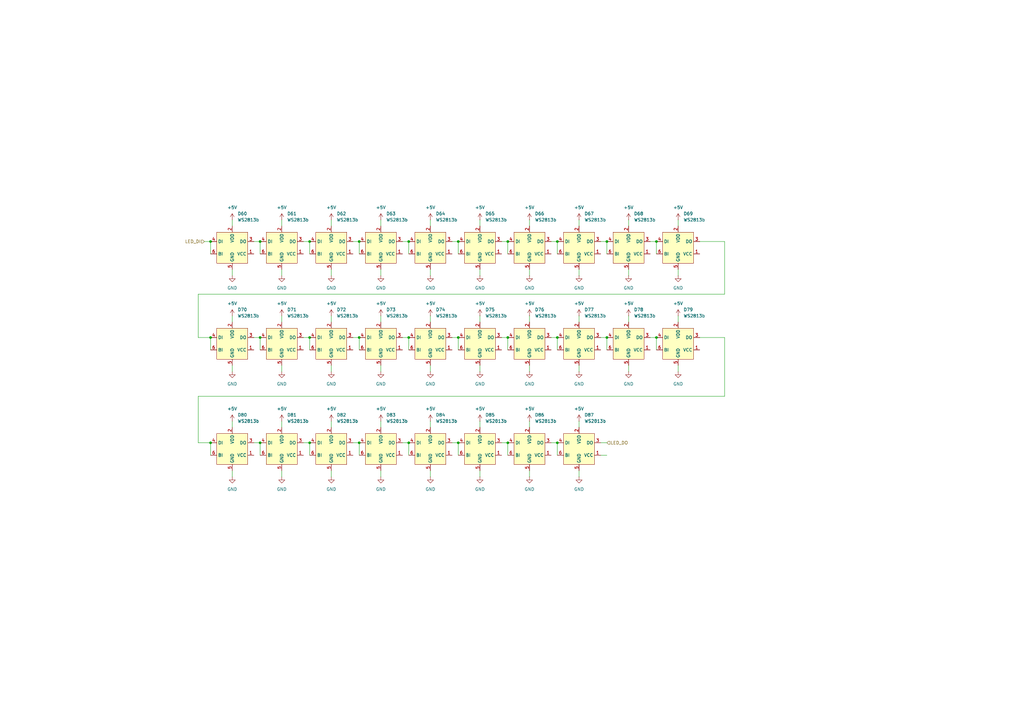
<source format=kicad_sch>
(kicad_sch (version 20231120) (generator "eeschema") (generator_version "8.0")
  (paper "A3")
  (lib_symbols
    (symbol "ProjectSymbols:WS2813B-5V"
      (property "Reference" "D" (at 7.366 9.144 0))
      (property "LCSC" "C965558" (at 0 0 0))
      (symbol "WS2813B-5V_0_0"
        (pin unspecified line (at 8.89 -2.54 180) (length 2.54) (name "VCC") (number "1"))
        (pin unspecified line (at 0 8.89 270) (length 2.54) (name "VDD") (number "2"))
        (pin unspecified line (at 8.89 2.54 180) (length 2.54) (name "DO") (number "3"))
        (pin unspecified line (at -8.89 2.54 0) (length 2.54) (name "DI") (number "4"))
        (pin unspecified line (at 0 -8.89 90) (length 2.54) (name "GND") (number "5"))
        (pin unspecified line (at -8.89 -2.54 0) (length 2.54) (name "BI") (number "6"))
      )
      (symbol "WS2813B-5V_1_1"
        (rectangle (start -6.35 6.35) (end 6.35 -6.35) (fill (type background)))
      )
    )
    (symbol "power:+5V" (power) (pin_numbers hide) (pin_names (offset 0) hide)
      (property "Value" "+5V" (at 0 3.556 0))
      (symbol "+5V_0_1"
        (polyline (pts (xy -0.762 1.27) (xy 0 2.54)))
        (polyline (pts (xy 0 0) (xy 0 2.54)))
        (polyline (pts (xy 0 2.54) (xy 0.762 1.27)))
      )
      (symbol "+5V_1_1"
        (pin power_in line (at 0 0 90) (length 0) (name "~") (number "1"))
      )
    )
    (symbol "power:GND" (power) (pin_numbers hide) (pin_names (offset 0) hide)
      (property "Value" "GND" (at 0 -3.81 0))
      (symbol "GND_0_1"
        (polyline (pts (xy 0 0) (xy 0 -1.27) (xy 1.27 -1.27) (xy 0 -2.54) (xy -1.27 -1.27) (xy 0 -1.27)))
      )
      (symbol "GND_1_1"
        (pin power_in line (at 0 0 270) (length 0) (name "~") (number "1"))
      )
    )
  )
  (junction (at 187.96 138.43))
  (junction (at 106.68 181.61))
  (junction (at 187.96 99.06))
  (junction (at 86.36 99.06))
  (junction (at 147.32 181.61))
  (junction (at 208.28 181.61))
  (junction (at 106.68 138.43))
  (junction (at 86.36 181.61))
  (junction (at 127 181.61))
  (junction (at 228.6 138.43))
  (junction (at 167.64 181.61))
  (junction (at 106.68 99.06))
  (junction (at 269.24 138.43))
  (junction (at 167.64 138.43))
  (junction (at 248.92 138.43))
  (junction (at 147.32 99.06))
  (junction (at 269.24 99.06))
  (junction (at 208.28 99.06))
  (junction (at 228.6 99.06))
  (junction (at 86.36 138.43))
  (junction (at 127 138.43))
  (junction (at 208.28 138.43))
  (junction (at 228.6 181.61))
  (junction (at 187.96 181.61))
  (junction (at 147.32 138.43))
  (junction (at 248.92 99.06))
  (junction (at 127 99.06))
  (junction (at 167.64 99.06))
  (wire (pts (xy 257.81 110.49) (xy 257.81 113.03)))
  (wire (pts (xy 147.32 138.43) (xy 147.32 143.51)))
  (wire (pts (xy 185.42 181.61) (xy 187.96 181.61)))
  (wire (pts (xy 185.42 138.43) (xy 187.96 138.43)))
  (wire (pts (xy 228.6 138.43) (xy 228.6 143.51)))
  (wire (pts (xy 167.64 99.06) (xy 167.64 104.14)))
  (wire (pts (xy 135.89 90.17) (xy 135.89 92.71)))
  (wire (pts (xy 237.49 149.86) (xy 237.49 152.4)))
  (wire (pts (xy 269.24 99.06) (xy 269.24 104.14)))
  (wire (pts (xy 135.89 110.49) (xy 135.89 113.03)))
  (wire (pts (xy 176.53 129.54) (xy 176.53 132.08)))
  (wire (pts (xy 95.25 110.49) (xy 95.25 113.03)))
  (wire (pts (xy 165.1 138.43) (xy 167.64 138.43)))
  (wire (pts (xy 257.81 90.17) (xy 257.81 92.71)))
  (wire (pts (xy 106.68 99.06) (xy 106.68 104.14)))
  (wire (pts (xy 297.18 162.56) (xy 81.28 162.56)))
  (wire (pts (xy 237.49 193.04) (xy 237.49 195.58)))
  (wire (pts (xy 246.38 186.69) (xy 248.92 186.69)))
  (wire (pts (xy 237.49 110.49) (xy 237.49 113.03)))
  (wire (pts (xy 167.64 181.61) (xy 167.64 186.69)))
  (wire (pts (xy 187.96 181.61) (xy 187.96 186.69)))
  (wire (pts (xy 86.36 138.43) (xy 86.36 143.51)))
  (wire (pts (xy 104.14 181.61) (xy 106.68 181.61)))
  (wire (pts (xy 115.57 193.04) (xy 115.57 195.58)))
  (wire (pts (xy 176.53 110.49) (xy 176.53 113.03)))
  (wire (pts (xy 106.68 181.61) (xy 106.68 186.69)))
  (wire (pts (xy 144.78 181.61) (xy 147.32 181.61)))
  (wire (pts (xy 95.25 90.17) (xy 95.25 92.71)))
  (wire (pts (xy 124.46 138.43) (xy 127 138.43)))
  (wire (pts (xy 156.21 193.04) (xy 156.21 195.58)))
  (wire (pts (xy 278.13 149.86) (xy 278.13 152.4)))
  (wire (pts (xy 144.78 99.06) (xy 147.32 99.06)))
  (wire (pts (xy 297.18 120.65) (xy 81.28 120.65)))
  (wire (pts (xy 257.81 149.86) (xy 257.81 152.4)))
  (wire (pts (xy 226.06 138.43) (xy 228.6 138.43)))
  (wire (pts (xy 187.96 138.43) (xy 187.96 143.51)))
  (wire (pts (xy 278.13 90.17) (xy 278.13 92.71)))
  (wire (pts (xy 287.02 138.43) (xy 297.18 138.43)))
  (wire (pts (xy 196.85 172.72) (xy 196.85 175.26)))
  (wire (pts (xy 196.85 90.17) (xy 196.85 92.71)))
  (wire (pts (xy 147.32 99.06) (xy 147.32 104.14)))
  (wire (pts (xy 278.13 110.49) (xy 278.13 113.03)))
  (wire (pts (xy 196.85 149.86) (xy 196.85 152.4)))
  (wire (pts (xy 217.17 193.04) (xy 217.17 195.58)))
  (wire (pts (xy 104.14 138.43) (xy 106.68 138.43)))
  (wire (pts (xy 237.49 172.72) (xy 237.49 175.26)))
  (wire (pts (xy 176.53 149.86) (xy 176.53 152.4)))
  (wire (pts (xy 156.21 90.17) (xy 156.21 92.71)))
  (wire (pts (xy 106.68 138.43) (xy 106.68 143.51)))
  (wire (pts (xy 165.1 181.61) (xy 167.64 181.61)))
  (wire (pts (xy 124.46 181.61) (xy 127 181.61)))
  (wire (pts (xy 217.17 110.49) (xy 217.17 113.03)))
  (wire (pts (xy 269.24 138.43) (xy 269.24 143.51)))
  (wire (pts (xy 156.21 129.54) (xy 156.21 132.08)))
  (wire (pts (xy 248.92 138.43) (xy 248.92 143.51)))
  (wire (pts (xy 187.96 99.06) (xy 187.96 104.14)))
  (wire (pts (xy 205.74 138.43) (xy 208.28 138.43)))
  (wire (pts (xy 217.17 172.72) (xy 217.17 175.26)))
  (wire (pts (xy 257.81 129.54) (xy 257.81 132.08)))
  (wire (pts (xy 115.57 110.49) (xy 115.57 113.03)))
  (wire (pts (xy 208.28 181.61) (xy 208.28 186.69)))
  (wire (pts (xy 176.53 193.04) (xy 176.53 195.58)))
  (wire (pts (xy 115.57 129.54) (xy 115.57 132.08)))
  (wire (pts (xy 127 99.06) (xy 127 104.14)))
  (wire (pts (xy 144.78 138.43) (xy 147.32 138.43)))
  (wire (pts (xy 228.6 181.61) (xy 228.6 186.69)))
  (wire (pts (xy 246.38 99.06) (xy 248.92 99.06)))
  (wire (pts (xy 176.53 172.72) (xy 176.53 175.26)))
  (wire (pts (xy 208.28 138.43) (xy 208.28 143.51)))
  (wire (pts (xy 278.13 129.54) (xy 278.13 132.08)))
  (wire (pts (xy 135.89 172.72) (xy 135.89 175.26)))
  (wire (pts (xy 297.18 138.43) (xy 297.18 162.56)))
  (wire (pts (xy 167.64 138.43) (xy 167.64 143.51)))
  (wire (pts (xy 217.17 149.86) (xy 217.17 152.4)))
  (wire (pts (xy 226.06 181.61) (xy 228.6 181.61)))
  (wire (pts (xy 287.02 99.06) (xy 297.18 99.06)))
  (wire (pts (xy 297.18 99.06) (xy 297.18 120.65)))
  (wire (pts (xy 83.82 99.06) (xy 86.36 99.06)))
  (wire (pts (xy 95.25 149.86) (xy 95.25 152.4)))
  (wire (pts (xy 185.42 99.06) (xy 187.96 99.06)))
  (wire (pts (xy 81.28 181.61) (xy 86.36 181.61)))
  (wire (pts (xy 115.57 90.17) (xy 115.57 92.71)))
  (wire (pts (xy 248.92 99.06) (xy 248.92 104.14)))
  (wire (pts (xy 266.7 138.43) (xy 269.24 138.43)))
  (wire (pts (xy 104.14 99.06) (xy 106.68 99.06)))
  (wire (pts (xy 95.25 129.54) (xy 95.25 132.08)))
  (wire (pts (xy 115.57 172.72) (xy 115.57 175.26)))
  (wire (pts (xy 196.85 129.54) (xy 196.85 132.08)))
  (wire (pts (xy 217.17 129.54) (xy 217.17 132.08)))
  (wire (pts (xy 226.06 99.06) (xy 228.6 99.06)))
  (wire (pts (xy 95.25 172.72) (xy 95.25 175.26)))
  (wire (pts (xy 196.85 110.49) (xy 196.85 113.03)))
  (wire (pts (xy 217.17 90.17) (xy 217.17 92.71)))
  (wire (pts (xy 266.7 99.06) (xy 269.24 99.06)))
  (wire (pts (xy 176.53 90.17) (xy 176.53 92.71)))
  (wire (pts (xy 81.28 138.43) (xy 86.36 138.43)))
  (wire (pts (xy 86.36 181.61) (xy 86.36 186.69)))
  (wire (pts (xy 156.21 172.72) (xy 156.21 175.26)))
  (wire (pts (xy 95.25 193.04) (xy 95.25 195.58)))
  (wire (pts (xy 135.89 193.04) (xy 135.89 195.58)))
  (wire (pts (xy 165.1 99.06) (xy 167.64 99.06)))
  (wire (pts (xy 237.49 129.54) (xy 237.49 132.08)))
  (wire (pts (xy 246.38 181.61) (xy 248.92 181.61)))
  (wire (pts (xy 135.89 129.54) (xy 135.89 132.08)))
  (wire (pts (xy 237.49 90.17) (xy 237.49 92.71)))
  (wire (pts (xy 81.28 120.65) (xy 81.28 138.43)))
  (wire (pts (xy 127 181.61) (xy 127 186.69)))
  (wire (pts (xy 115.57 149.86) (xy 115.57 152.4)))
  (wire (pts (xy 147.32 181.61) (xy 147.32 186.69)))
  (wire (pts (xy 124.46 99.06) (xy 127 99.06)))
  (wire (pts (xy 156.21 110.49) (xy 156.21 113.03)))
  (wire (pts (xy 81.28 162.56) (xy 81.28 181.61)))
  (wire (pts (xy 246.38 138.43) (xy 248.92 138.43)))
  (wire (pts (xy 208.28 99.06) (xy 208.28 104.14)))
  (wire (pts (xy 156.21 149.86) (xy 156.21 152.4)))
  (wire (pts (xy 196.85 193.04) (xy 196.85 195.58)))
  (wire (pts (xy 135.89 149.86) (xy 135.89 152.4)))
  (wire (pts (xy 127 138.43) (xy 127 143.51)))
  (wire (pts (xy 205.74 181.61) (xy 208.28 181.61)))
  (wire (pts (xy 205.74 99.06) (xy 208.28 99.06)))
  (wire (pts (xy 86.36 99.06) (xy 86.36 104.14)))
  (wire (pts (xy 228.6 99.06) (xy 228.6 104.14)))
  (hierarchical_label "LED_DI" (shape input) (at 83.82 99.06 180))
  (hierarchical_label "LED_DO" (shape input) (at 248.92 181.61 0))
  (symbol (lib_id "power:GND") (at 95.25 195.58 0) (unit 1)
    (property "Reference" "#PWR0179" (effects (hide yes)))
    (property "Value" "GND" (at 95.25 200.66 0))
    (property "Description" "Power symbol creates a global label with name \"GND\" , ground" (effects (hide yes)))
    (instances (project "nrf_rgb_clock" (path "" (reference "#PWR0179") (unit 1)) (path "" (reference "#PWR0347") (unit 1)) (path "" (reference "#PWR0291") (unit 1)) (path "" (reference "#PWR0235") (unit 1))))
  )
  (symbol (lib_id "power:GND") (at 156.21 152.4 0) (unit 1)
    (property "Reference" "#PWR0164" (effects (hide yes)))
    (property "Value" "GND" (at 156.21 157.48 0))
    (property "Description" "Power symbol creates a global label with name \"GND\" , ground" (effects (hide yes)))
    (instances (project "nrf_rgb_clock" (path "" (reference "#PWR0164") (unit 1)) (path "" (reference "#PWR0332") (unit 1)) (path "" (reference "#PWR0276") (unit 1)) (path "" (reference "#PWR0220") (unit 1))))
  )
  (symbol (lib_id "ProjectSymbols:WS2813B-5V") (at 176.53 184.15 0) (unit 1)
    (property "Reference" "D84" (at 178.7241 170.18 0) (effects (justify left)))
    (property "Value" "WS2813b" (at 178.7241 172.72 0) (effects (justify left)))
    (property "Footprint" "LED_SMD:LED_WS2812_PLCC6_5.0x5.0mm_P1.6mm" (effects (hide yes)))
    (property "Datasheet" "https://www.lcsc.com/datasheet/lcsc_datasheet_2412041609_Worldsemi-WS2813B-V5_C965558.pdf" (effects (hide yes)))
    (instances (project "nrf_rgb_clock" (path "" (reference "D84") (unit 1)) (path "" (reference "D170") (unit 1)) (path "" (reference "D142") (unit 1)) (path "" (reference "D112") (unit 1))))
  )
  (symbol (lib_id "power:GND") (at 135.89 152.4 0) (unit 1)
    (property "Reference" "#PWR0163" (effects (hide yes)))
    (property "Value" "GND" (at 135.89 157.48 0))
    (property "Description" "Power symbol creates a global label with name \"GND\" , ground" (effects (hide yes)))
    (instances (project "nrf_rgb_clock" (path "" (reference "#PWR0163") (unit 1)) (path "" (reference "#PWR0331") (unit 1)) (path "" (reference "#PWR0275") (unit 1)) (path "" (reference "#PWR0219") (unit 1))))
  )
  (symbol (lib_id "ProjectSymbols:WS2813B-5V") (at 176.53 101.6 0) (unit 1)
    (property "Reference" "D64" (at 178.7241 87.63 0) (effects (justify left)))
    (property "Value" "WS2813b" (at 178.7241 90.17 0) (effects (justify left)))
    (property "Footprint" "LED_SMD:LED_WS2812_PLCC6_5.0x5.0mm_P1.6mm" (effects (hide yes)))
    (property "Datasheet" "https://www.lcsc.com/datasheet/lcsc_datasheet_2412041609_Worldsemi-WS2813B-V5_C965558.pdf" (effects (hide yes)))
    (instances (project "nrf_rgb_clock" (path "" (reference "D64") (unit 1)) (path "" (reference "D150") (unit 1)) (path "" (reference "D122") (unit 1)) (path "" (reference "D92") (unit 1))))
  )
  (symbol (lib_id "ProjectSymbols:WS2813B-5V") (at 95.25 140.97 0) (unit 1)
    (property "Reference" "D70" (at 97.4441 127 0) (effects (justify left)))
    (property "Value" "WS2813b" (at 97.4441 129.54 0) (effects (justify left)))
    (property "Footprint" "LED_SMD:LED_WS2812_PLCC6_5.0x5.0mm_P1.6mm" (effects (hide yes)))
    (property "Datasheet" "https://www.lcsc.com/datasheet/lcsc_datasheet_2412041609_Worldsemi-WS2813B-V5_C965558.pdf" (effects (hide yes)))
    (instances (project "nrf_rgb_clock" (path "" (reference "D70") (unit 1)) (path "" (reference "D156") (unit 1)) (path "" (reference "D128") (unit 1)) (path "" (reference "D98") (unit 1))))
  )
  (symbol (lib_id "power:+5V") (at 217.17 172.72 0) (unit 1)
    (property "Reference" "#PWR0177" (effects (hide yes)))
    (property "Value" "+5V" (at 217.17 167.64 0))
    (property "Description" "Power symbol creates a global label with name \"+5V\"" (effects (hide yes)))
    (instances (project "nrf_rgb_clock" (path "" (reference "#PWR0177") (unit 1)) (path "" (reference "#PWR0345") (unit 1)) (path "" (reference "#PWR0289") (unit 1)) (path "" (reference "#PWR0233") (unit 1))))
  )
  (symbol (lib_id "ProjectSymbols:WS2813B-5V") (at 257.81 101.6 0) (unit 1)
    (property "Reference" "D68" (at 260.0041 87.63 0) (effects (justify left)))
    (property "Value" "WS2813b" (at 260.0041 90.17 0) (effects (justify left)))
    (property "Footprint" "LED_SMD:LED_WS2812_PLCC6_5.0x5.0mm_P1.6mm" (effects (hide yes)))
    (property "Datasheet" "https://www.lcsc.com/datasheet/lcsc_datasheet_2412041609_Worldsemi-WS2813B-V5_C965558.pdf" (effects (hide yes)))
    (instances (project "nrf_rgb_clock" (path "" (reference "D68") (unit 1)) (path "" (reference "D154") (unit 1)) (path "" (reference "D126") (unit 1)) (path "" (reference "D96") (unit 1))))
  )
  (symbol (lib_id "ProjectSymbols:WS2813B-5V") (at 278.13 140.97 0) (unit 1)
    (property "Reference" "D79" (at 280.3241 127 0) (effects (justify left)))
    (property "Value" "WS2813b" (at 280.3241 129.54 0) (effects (justify left)))
    (property "Footprint" "LED_SMD:LED_WS2812_PLCC6_5.0x5.0mm_P1.6mm" (effects (hide yes)))
    (property "Datasheet" "https://www.lcsc.com/datasheet/lcsc_datasheet_2412041609_Worldsemi-WS2813B-V5_C965558.pdf" (effects (hide yes)))
    (instances (project "nrf_rgb_clock" (path "" (reference "D79") (unit 1)) (path "" (reference "D165") (unit 1)) (path "" (reference "D137") (unit 1)) (path "" (reference "D107") (unit 1))))
  )
  (symbol (lib_id "power:GND") (at 176.53 195.58 0) (unit 1)
    (property "Reference" "#PWR0183" (effects (hide yes)))
    (property "Value" "GND" (at 176.53 200.66 0))
    (property "Description" "Power symbol creates a global label with name \"GND\" , ground" (effects (hide yes)))
    (instances (project "nrf_rgb_clock" (path "" (reference "#PWR0183") (unit 1)) (path "" (reference "#PWR0351") (unit 1)) (path "" (reference "#PWR0295") (unit 1)) (path "" (reference "#PWR0239") (unit 1))))
  )
  (symbol (lib_id "power:+5V") (at 135.89 129.54 0) (unit 1)
    (property "Reference" "#PWR0153" (effects (hide yes)))
    (property "Value" "+5V" (at 135.89 124.46 0))
    (property "Description" "Power symbol creates a global label with name \"+5V\"" (effects (hide yes)))
    (instances (project "nrf_rgb_clock" (path "" (reference "#PWR0153") (unit 1)) (path "" (reference "#PWR0321") (unit 1)) (path "" (reference "#PWR0265") (unit 1)) (path "" (reference "#PWR0209") (unit 1))))
  )
  (symbol (lib_id "power:+5V") (at 237.49 172.72 0) (unit 1)
    (property "Reference" "#PWR0178" (effects (hide yes)))
    (property "Value" "+5V" (at 237.49 167.64 0))
    (property "Description" "Power symbol creates a global label with name \"+5V\"" (effects (hide yes)))
    (instances (project "nrf_rgb_clock" (path "" (reference "#PWR0178") (unit 1)) (path "" (reference "#PWR0346") (unit 1)) (path "" (reference "#PWR0290") (unit 1)) (path "" (reference "#PWR0234") (unit 1))))
  )
  (symbol (lib_id "ProjectSymbols:WS2813B-5V") (at 156.21 184.15 0) (unit 1)
    (property "Reference" "D83" (at 158.4041 170.18 0) (effects (justify left)))
    (property "Value" "WS2813b" (at 158.4041 172.72 0) (effects (justify left)))
    (property "Footprint" "LED_SMD:LED_WS2812_PLCC6_5.0x5.0mm_P1.6mm" (effects (hide yes)))
    (property "Datasheet" "https://www.lcsc.com/datasheet/lcsc_datasheet_2412041609_Worldsemi-WS2813B-V5_C965558.pdf" (effects (hide yes)))
    (instances (project "nrf_rgb_clock" (path "" (reference "D83") (unit 1)) (path "" (reference "D169") (unit 1)) (path "" (reference "D141") (unit 1)) (path "" (reference "D111") (unit 1))))
  )
  (symbol (lib_id "power:+5V") (at 115.57 129.54 0) (unit 1)
    (property "Reference" "#PWR0152" (effects (hide yes)))
    (property "Value" "+5V" (at 115.57 124.46 0))
    (property "Description" "Power symbol creates a global label with name \"+5V\"" (effects (hide yes)))
    (instances (project "nrf_rgb_clock" (path "" (reference "#PWR0152") (unit 1)) (path "" (reference "#PWR0320") (unit 1)) (path "" (reference "#PWR0264") (unit 1)) (path "" (reference "#PWR0208") (unit 1))))
  )
  (symbol (lib_id "power:+5V") (at 176.53 129.54 0) (unit 1)
    (property "Reference" "#PWR0155" (effects (hide yes)))
    (property "Value" "+5V" (at 176.53 124.46 0))
    (property "Description" "Power symbol creates a global label with name \"+5V\"" (effects (hide yes)))
    (instances (project "nrf_rgb_clock" (path "" (reference "#PWR0155") (unit 1)) (path "" (reference "#PWR0323") (unit 1)) (path "" (reference "#PWR0267") (unit 1)) (path "" (reference "#PWR0211") (unit 1))))
  )
  (symbol (lib_id "power:+5V") (at 115.57 172.72 0) (unit 1)
    (property "Reference" "#PWR0172" (effects (hide yes)))
    (property "Value" "+5V" (at 115.57 167.64 0))
    (property "Description" "Power symbol creates a global label with name \"+5V\"" (effects (hide yes)))
    (instances (project "nrf_rgb_clock" (path "" (reference "#PWR0172") (unit 1)) (path "" (reference "#PWR0340") (unit 1)) (path "" (reference "#PWR0284") (unit 1)) (path "" (reference "#PWR0228") (unit 1))))
  )
  (symbol (lib_id "ProjectSymbols:WS2813B-5V") (at 237.49 140.97 0) (unit 1)
    (property "Reference" "D77" (at 239.6841 127 0) (effects (justify left)))
    (property "Value" "WS2813b" (at 239.6841 129.54 0) (effects (justify left)))
    (property "Footprint" "LED_SMD:LED_WS2812_PLCC6_5.0x5.0mm_P1.6mm" (effects (hide yes)))
    (property "Datasheet" "https://www.lcsc.com/datasheet/lcsc_datasheet_2412041609_Worldsemi-WS2813B-V5_C965558.pdf" (effects (hide yes)))
    (instances (project "nrf_rgb_clock" (path "" (reference "D77") (unit 1)) (path "" (reference "D163") (unit 1)) (path "" (reference "D135") (unit 1)) (path "" (reference "D105") (unit 1))))
  )
  (symbol (lib_id "power:+5V") (at 135.89 90.17 0) (unit 1)
    (property "Reference" "#PWR0133" (effects (hide yes)))
    (property "Value" "+5V" (at 135.89 85.09 0))
    (property "Description" "Power symbol creates a global label with name \"+5V\"" (effects (hide yes)))
    (instances (project "nrf_rgb_clock" (path "" (reference "#PWR0133") (unit 1)) (path "" (reference "#PWR0301") (unit 1)) (path "" (reference "#PWR0245") (unit 1)) (path "" (reference "#PWR0189") (unit 1))))
  )
  (symbol (lib_id "power:+5V") (at 237.49 90.17 0) (unit 1)
    (property "Reference" "#PWR0138" (effects (hide yes)))
    (property "Value" "+5V" (at 237.49 85.09 0))
    (property "Description" "Power symbol creates a global label with name \"+5V\"" (effects (hide yes)))
    (instances (project "nrf_rgb_clock" (path "" (reference "#PWR0138") (unit 1)) (path "" (reference "#PWR0306") (unit 1)) (path "" (reference "#PWR0250") (unit 1)) (path "" (reference "#PWR0194") (unit 1))))
  )
  (symbol (lib_id "power:GND") (at 115.57 113.03 0) (unit 1)
    (property "Reference" "#PWR0142" (effects (hide yes)))
    (property "Value" "GND" (at 115.57 118.11 0))
    (property "Description" "Power symbol creates a global label with name \"GND\" , ground" (effects (hide yes)))
    (instances (project "nrf_rgb_clock" (path "" (reference "#PWR0142") (unit 1)) (path "" (reference "#PWR0310") (unit 1)) (path "" (reference "#PWR0254") (unit 1)) (path "" (reference "#PWR0198") (unit 1))))
  )
  (symbol (lib_id "power:GND") (at 115.57 195.58 0) (unit 1)
    (property "Reference" "#PWR0180" (effects (hide yes)))
    (property "Value" "GND" (at 115.57 200.66 0))
    (property "Description" "Power symbol creates a global label with name \"GND\" , ground" (effects (hide yes)))
    (instances (project "nrf_rgb_clock" (path "" (reference "#PWR0180") (unit 1)) (path "" (reference "#PWR0348") (unit 1)) (path "" (reference "#PWR0292") (unit 1)) (path "" (reference "#PWR0236") (unit 1))))
  )
  (symbol (lib_id "power:GND") (at 156.21 113.03 0) (unit 1)
    (property "Reference" "#PWR0144" (effects (hide yes)))
    (property "Value" "GND" (at 156.21 118.11 0))
    (property "Description" "Power symbol creates a global label with name \"GND\" , ground" (effects (hide yes)))
    (instances (project "nrf_rgb_clock" (path "" (reference "#PWR0144") (unit 1)) (path "" (reference "#PWR0312") (unit 1)) (path "" (reference "#PWR0256") (unit 1)) (path "" (reference "#PWR0200") (unit 1))))
  )
  (symbol (lib_id "power:GND") (at 115.57 152.4 0) (unit 1)
    (property "Reference" "#PWR0162" (effects (hide yes)))
    (property "Value" "GND" (at 115.57 157.48 0))
    (property "Description" "Power symbol creates a global label with name \"GND\" , ground" (effects (hide yes)))
    (instances (project "nrf_rgb_clock" (path "" (reference "#PWR0162") (unit 1)) (path "" (reference "#PWR0330") (unit 1)) (path "" (reference "#PWR0274") (unit 1)) (path "" (reference "#PWR0218") (unit 1))))
  )
  (symbol (lib_id "power:+5V") (at 95.25 172.72 0) (unit 1)
    (property "Reference" "#PWR0171" (effects (hide yes)))
    (property "Value" "+5V" (at 95.25 167.64 0))
    (property "Description" "Power symbol creates a global label with name \"+5V\"" (effects (hide yes)))
    (instances (project "nrf_rgb_clock" (path "" (reference "#PWR0171") (unit 1)) (path "" (reference "#PWR0339") (unit 1)) (path "" (reference "#PWR0283") (unit 1)) (path "" (reference "#PWR0227") (unit 1))))
  )
  (symbol (lib_id "ProjectSymbols:WS2813B-5V") (at 115.57 184.15 0) (unit 1)
    (property "Reference" "D81" (at 117.7641 170.18 0) (effects (justify left)))
    (property "Value" "WS2813b" (at 117.7641 172.72 0) (effects (justify left)))
    (property "Footprint" "LED_SMD:LED_WS2812_PLCC6_5.0x5.0mm_P1.6mm" (effects (hide yes)))
    (property "Datasheet" "https://www.lcsc.com/datasheet/lcsc_datasheet_2412041609_Worldsemi-WS2813B-V5_C965558.pdf" (effects (hide yes)))
    (instances (project "nrf_rgb_clock" (path "" (reference "D81") (unit 1)) (path "" (reference "D167") (unit 1)) (path "" (reference "D139") (unit 1)) (path "" (reference "D109") (unit 1))))
  )
  (symbol (lib_id "ProjectSymbols:WS2813B-5V") (at 217.17 140.97 0) (unit 1)
    (property "Reference" "D76" (at 219.3641 127 0) (effects (justify left)))
    (property "Value" "WS2813b" (at 219.3641 129.54 0) (effects (justify left)))
    (property "Footprint" "LED_SMD:LED_WS2812_PLCC6_5.0x5.0mm_P1.6mm" (effects (hide yes)))
    (property "Datasheet" "https://www.lcsc.com/datasheet/lcsc_datasheet_2412041609_Worldsemi-WS2813B-V5_C965558.pdf" (effects (hide yes)))
    (instances (project "nrf_rgb_clock" (path "" (reference "D76") (unit 1)) (path "" (reference "D162") (unit 1)) (path "" (reference "D134") (unit 1)) (path "" (reference "D104") (unit 1))))
  )
  (symbol (lib_id "ProjectSymbols:WS2813B-5V") (at 115.57 101.6 0) (unit 1)
    (property "Reference" "D61" (at 117.7641 87.63 0) (effects (justify left)))
    (property "Value" "WS2813b" (at 117.7641 90.17 0) (effects (justify left)))
    (property "Footprint" "LED_SMD:LED_WS2812_PLCC6_5.0x5.0mm_P1.6mm" (effects (hide yes)))
    (property "Datasheet" "https://www.lcsc.com/datasheet/lcsc_datasheet_2412041609_Worldsemi-WS2813B-V5_C965558.pdf" (effects (hide yes)))
    (instances (project "nrf_rgb_clock" (path "" (reference "D61") (unit 1)) (path "" (reference "D147") (unit 1)) (path "" (reference "D119") (unit 1)) (path "" (reference "D89") (unit 1))))
  )
  (symbol (lib_id "ProjectSymbols:WS2813B-5V") (at 156.21 140.97 0) (unit 1)
    (property "Reference" "D73" (at 158.4041 127 0) (effects (justify left)))
    (property "Value" "WS2813b" (at 158.4041 129.54 0) (effects (justify left)))
    (property "Footprint" "LED_SMD:LED_WS2812_PLCC6_5.0x5.0mm_P1.6mm" (effects (hide yes)))
    (property "Datasheet" "https://www.lcsc.com/datasheet/lcsc_datasheet_2412041609_Worldsemi-WS2813B-V5_C965558.pdf" (effects (hide yes)))
    (instances (project "nrf_rgb_clock" (path "" (reference "D73") (unit 1)) (path "" (reference "D159") (unit 1)) (path "" (reference "D131") (unit 1)) (path "" (reference "D101") (unit 1))))
  )
  (symbol (lib_id "ProjectSymbols:WS2813B-5V") (at 217.17 101.6 0) (unit 1)
    (property "Reference" "D66" (at 219.3641 87.63 0) (effects (justify left)))
    (property "Value" "WS2813b" (at 219.3641 90.17 0) (effects (justify left)))
    (property "Footprint" "LED_SMD:LED_WS2812_PLCC6_5.0x5.0mm_P1.6mm" (effects (hide yes)))
    (property "Datasheet" "https://www.lcsc.com/datasheet/lcsc_datasheet_2412041609_Worldsemi-WS2813B-V5_C965558.pdf" (effects (hide yes)))
    (instances (project "nrf_rgb_clock" (path "" (reference "D66") (unit 1)) (path "" (reference "D152") (unit 1)) (path "" (reference "D124") (unit 1)) (path "" (reference "D94") (unit 1))))
  )
  (symbol (lib_id "power:+5V") (at 95.25 129.54 0) (unit 1)
    (property "Reference" "#PWR0151" (effects (hide yes)))
    (property "Value" "+5V" (at 95.25 124.46 0))
    (property "Description" "Power symbol creates a global label with name \"+5V\"" (effects (hide yes)))
    (instances (project "nrf_rgb_clock" (path "" (reference "#PWR0151") (unit 1)) (path "" (reference "#PWR0319") (unit 1)) (path "" (reference "#PWR0263") (unit 1)) (path "" (reference "#PWR0207") (unit 1))))
  )
  (symbol (lib_id "ProjectSymbols:WS2813B-5V") (at 95.25 101.6 0) (unit 1)
    (property "Reference" "D60" (at 97.4441 87.63 0) (effects (justify left)))
    (property "Value" "WS2813b" (at 97.4441 90.17 0) (effects (justify left)))
    (property "Footprint" "LED_SMD:LED_WS2812_PLCC6_5.0x5.0mm_P1.6mm" (effects (hide yes)))
    (property "Datasheet" "https://www.lcsc.com/datasheet/lcsc_datasheet_2412041609_Worldsemi-WS2813B-V5_C965558.pdf" (effects (hide yes)))
    (instances (project "nrf_rgb_clock" (path "" (reference "D60") (unit 1)) (path "" (reference "D146") (unit 1)) (path "" (reference "D118") (unit 1)) (path "" (reference "D88") (unit 1))))
  )
  (symbol (lib_id "power:GND") (at 176.53 113.03 0) (unit 1)
    (property "Reference" "#PWR0145" (effects (hide yes)))
    (property "Value" "GND" (at 176.53 118.11 0))
    (property "Description" "Power symbol creates a global label with name \"GND\" , ground" (effects (hide yes)))
    (instances (project "nrf_rgb_clock" (path "" (reference "#PWR0145") (unit 1)) (path "" (reference "#PWR0313") (unit 1)) (path "" (reference "#PWR0257") (unit 1)) (path "" (reference "#PWR0201") (unit 1))))
  )
  (symbol (lib_id "power:GND") (at 237.49 152.4 0) (unit 1)
    (property "Reference" "#PWR0168" (effects (hide yes)))
    (property "Value" "GND" (at 237.49 157.48 0))
    (property "Description" "Power symbol creates a global label with name \"GND\" , ground" (effects (hide yes)))
    (instances (project "nrf_rgb_clock" (path "" (reference "#PWR0168") (unit 1)) (path "" (reference "#PWR0336") (unit 1)) (path "" (reference "#PWR0280") (unit 1)) (path "" (reference "#PWR0224") (unit 1))))
  )
  (symbol (lib_id "ProjectSymbols:WS2813B-5V") (at 196.85 140.97 0) (unit 1)
    (property "Reference" "D75" (at 199.0441 127 0) (effects (justify left)))
    (property "Value" "WS2813b" (at 199.0441 129.54 0) (effects (justify left)))
    (property "Footprint" "LED_SMD:LED_WS2812_PLCC6_5.0x5.0mm_P1.6mm" (effects (hide yes)))
    (property "Datasheet" "https://www.lcsc.com/datasheet/lcsc_datasheet_2412041609_Worldsemi-WS2813B-V5_C965558.pdf" (effects (hide yes)))
    (instances (project "nrf_rgb_clock" (path "" (reference "D75") (unit 1)) (path "" (reference "D161") (unit 1)) (path "" (reference "D133") (unit 1)) (path "" (reference "D103") (unit 1))))
  )
  (symbol (lib_id "power:+5V") (at 95.25 90.17 0) (unit 1)
    (property "Reference" "#PWR0131" (effects (hide yes)))
    (property "Value" "+5V" (at 95.25 85.09 0))
    (property "Description" "Power symbol creates a global label with name \"+5V\"" (effects (hide yes)))
    (instances (project "nrf_rgb_clock" (path "" (reference "#PWR0131") (unit 1)) (path "" (reference "#PWR0299") (unit 1)) (path "" (reference "#PWR0243") (unit 1)) (path "" (reference "#PWR0187") (unit 1))))
  )
  (symbol (lib_id "ProjectSymbols:WS2813B-5V") (at 135.89 101.6 0) (unit 1)
    (property "Reference" "D62" (at 138.0841 87.63 0) (effects (justify left)))
    (property "Value" "WS2813b" (at 138.0841 90.17 0) (effects (justify left)))
    (property "Footprint" "LED_SMD:LED_WS2812_PLCC6_5.0x5.0mm_P1.6mm" (effects (hide yes)))
    (property "Datasheet" "https://www.lcsc.com/datasheet/lcsc_datasheet_2412041609_Worldsemi-WS2813B-V5_C965558.pdf" (effects (hide yes)))
    (instances (project "nrf_rgb_clock" (path "" (reference "D62") (unit 1)) (path "" (reference "D148") (unit 1)) (path "" (reference "D120") (unit 1)) (path "" (reference "D90") (unit 1))))
  )
  (symbol (lib_id "power:+5V") (at 156.21 172.72 0) (unit 1)
    (property "Reference" "#PWR0174" (effects (hide yes)))
    (property "Value" "+5V" (at 156.21 167.64 0))
    (property "Description" "Power symbol creates a global label with name \"+5V\"" (effects (hide yes)))
    (instances (project "nrf_rgb_clock" (path "" (reference "#PWR0174") (unit 1)) (path "" (reference "#PWR0342") (unit 1)) (path "" (reference "#PWR0286") (unit 1)) (path "" (reference "#PWR0230") (unit 1))))
  )
  (symbol (lib_id "ProjectSymbols:WS2813B-5V") (at 95.25 184.15 0) (unit 1)
    (property "Reference" "D80" (at 97.4441 170.18 0) (effects (justify left)))
    (property "Value" "WS2813b" (at 97.4441 172.72 0) (effects (justify left)))
    (property "Footprint" "LED_SMD:LED_WS2812_PLCC6_5.0x5.0mm_P1.6mm" (effects (hide yes)))
    (property "Datasheet" "https://www.lcsc.com/datasheet/lcsc_datasheet_2412041609_Worldsemi-WS2813B-V5_C965558.pdf" (effects (hide yes)))
    (instances (project "nrf_rgb_clock" (path "" (reference "D80") (unit 1)) (path "" (reference "D166") (unit 1)) (path "" (reference "D138") (unit 1)) (path "" (reference "D108") (unit 1))))
  )
  (symbol (lib_id "power:GND") (at 156.21 195.58 0) (unit 1)
    (property "Reference" "#PWR0182" (effects (hide yes)))
    (property "Value" "GND" (at 156.21 200.66 0))
    (property "Description" "Power symbol creates a global label with name \"GND\" , ground" (effects (hide yes)))
    (instances (project "nrf_rgb_clock" (path "" (reference "#PWR0182") (unit 1)) (path "" (reference "#PWR0350") (unit 1)) (path "" (reference "#PWR0294") (unit 1)) (path "" (reference "#PWR0238") (unit 1))))
  )
  (symbol (lib_id "power:GND") (at 217.17 152.4 0) (unit 1)
    (property "Reference" "#PWR0167" (effects (hide yes)))
    (property "Value" "GND" (at 217.17 157.48 0))
    (property "Description" "Power symbol creates a global label with name \"GND\" , ground" (effects (hide yes)))
    (instances (project "nrf_rgb_clock" (path "" (reference "#PWR0167") (unit 1)) (path "" (reference "#PWR0335") (unit 1)) (path "" (reference "#PWR0279") (unit 1)) (path "" (reference "#PWR0223") (unit 1))))
  )
  (symbol (lib_id "power:+5V") (at 156.21 90.17 0) (unit 1)
    (property "Reference" "#PWR0134" (effects (hide yes)))
    (property "Value" "+5V" (at 156.21 85.09 0))
    (property "Description" "Power symbol creates a global label with name \"+5V\"" (effects (hide yes)))
    (instances (project "nrf_rgb_clock" (path "" (reference "#PWR0134") (unit 1)) (path "" (reference "#PWR0302") (unit 1)) (path "" (reference "#PWR0246") (unit 1)) (path "" (reference "#PWR0190") (unit 1))))
  )
  (symbol (lib_id "power:GND") (at 217.17 195.58 0) (unit 1)
    (property "Reference" "#PWR0185" (effects (hide yes)))
    (property "Value" "GND" (at 217.17 200.66 0))
    (property "Description" "Power symbol creates a global label with name \"GND\" , ground" (effects (hide yes)))
    (instances (project "nrf_rgb_clock" (path "" (reference "#PWR0185") (unit 1)) (path "" (reference "#PWR0353") (unit 1)) (path "" (reference "#PWR0297") (unit 1)) (path "" (reference "#PWR0241") (unit 1))))
  )
  (symbol (lib_id "ProjectSymbols:WS2813B-5V") (at 237.49 101.6 0) (unit 1)
    (property "Reference" "D67" (at 239.6841 87.63 0) (effects (justify left)))
    (property "Value" "WS2813b" (at 239.6841 90.17 0) (effects (justify left)))
    (property "Footprint" "LED_SMD:LED_WS2812_PLCC6_5.0x5.0mm_P1.6mm" (effects (hide yes)))
    (property "Datasheet" "https://www.lcsc.com/datasheet/lcsc_datasheet_2412041609_Worldsemi-WS2813B-V5_C965558.pdf" (effects (hide yes)))
    (instances (project "nrf_rgb_clock" (path "" (reference "D67") (unit 1)) (path "" (reference "D153") (unit 1)) (path "" (reference "D125") (unit 1)) (path "" (reference "D95") (unit 1))))
  )
  (symbol (lib_id "power:+5V") (at 257.81 90.17 0) (unit 1)
    (property "Reference" "#PWR0139" (effects (hide yes)))
    (property "Value" "+5V" (at 257.81 85.09 0))
    (property "Description" "Power symbol creates a global label with name \"+5V\"" (effects (hide yes)))
    (instances (project "nrf_rgb_clock" (path "" (reference "#PWR0139") (unit 1)) (path "" (reference "#PWR0307") (unit 1)) (path "" (reference "#PWR0251") (unit 1)) (path "" (reference "#PWR0195") (unit 1))))
  )
  (symbol (lib_id "power:GND") (at 176.53 152.4 0) (unit 1)
    (property "Reference" "#PWR0165" (effects (hide yes)))
    (property "Value" "GND" (at 176.53 157.48 0))
    (property "Description" "Power symbol creates a global label with name \"GND\" , ground" (effects (hide yes)))
    (instances (project "nrf_rgb_clock" (path "" (reference "#PWR0165") (unit 1)) (path "" (reference "#PWR0333") (unit 1)) (path "" (reference "#PWR0277") (unit 1)) (path "" (reference "#PWR0221") (unit 1))))
  )
  (symbol (lib_id "power:GND") (at 135.89 195.58 0) (unit 1)
    (property "Reference" "#PWR0181" (effects (hide yes)))
    (property "Value" "GND" (at 135.89 200.66 0))
    (property "Description" "Power symbol creates a global label with name \"GND\" , ground" (effects (hide yes)))
    (instances (project "nrf_rgb_clock" (path "" (reference "#PWR0181") (unit 1)) (path "" (reference "#PWR0349") (unit 1)) (path "" (reference "#PWR0293") (unit 1)) (path "" (reference "#PWR0237") (unit 1))))
  )
  (symbol (lib_id "ProjectSymbols:WS2813B-5V") (at 115.57 140.97 0) (unit 1)
    (property "Reference" "D71" (at 117.7641 127 0) (effects (justify left)))
    (property "Value" "WS2813b" (at 117.7641 129.54 0) (effects (justify left)))
    (property "Footprint" "LED_SMD:LED_WS2812_PLCC6_5.0x5.0mm_P1.6mm" (effects (hide yes)))
    (property "Datasheet" "https://www.lcsc.com/datasheet/lcsc_datasheet_2412041609_Worldsemi-WS2813B-V5_C965558.pdf" (effects (hide yes)))
    (instances (project "nrf_rgb_clock" (path "" (reference "D71") (unit 1)) (path "" (reference "D157") (unit 1)) (path "" (reference "D129") (unit 1)) (path "" (reference "D99") (unit 1))))
  )
  (symbol (lib_id "power:+5V") (at 156.21 129.54 0) (unit 1)
    (property "Reference" "#PWR0154" (effects (hide yes)))
    (property "Value" "+5V" (at 156.21 124.46 0))
    (property "Description" "Power symbol creates a global label with name \"+5V\"" (effects (hide yes)))
    (instances (project "nrf_rgb_clock" (path "" (reference "#PWR0154") (unit 1)) (path "" (reference "#PWR0322") (unit 1)) (path "" (reference "#PWR0266") (unit 1)) (path "" (reference "#PWR0210") (unit 1))))
  )
  (symbol (lib_id "power:GND") (at 237.49 195.58 0) (unit 1)
    (property "Reference" "#PWR0186" (effects (hide yes)))
    (property "Value" "GND" (at 237.49 200.66 0))
    (property "Description" "Power symbol creates a global label with name \"GND\" , ground" (effects (hide yes)))
    (instances (project "nrf_rgb_clock" (path "" (reference "#PWR0186") (unit 1)) (path "" (reference "#PWR0354") (unit 1)) (path "" (reference "#PWR0298") (unit 1)) (path "" (reference "#PWR0242") (unit 1))))
  )
  (symbol (lib_id "power:+5V") (at 217.17 129.54 0) (unit 1)
    (property "Reference" "#PWR0157" (effects (hide yes)))
    (property "Value" "+5V" (at 217.17 124.46 0))
    (property "Description" "Power symbol creates a global label with name \"+5V\"" (effects (hide yes)))
    (instances (project "nrf_rgb_clock" (path "" (reference "#PWR0157") (unit 1)) (path "" (reference "#PWR0325") (unit 1)) (path "" (reference "#PWR0269") (unit 1)) (path "" (reference "#PWR0213") (unit 1))))
  )
  (symbol (lib_id "power:GND") (at 217.17 113.03 0) (unit 1)
    (property "Reference" "#PWR0147" (effects (hide yes)))
    (property "Value" "GND" (at 217.17 118.11 0))
    (property "Description" "Power symbol creates a global label with name \"GND\" , ground" (effects (hide yes)))
    (instances (project "nrf_rgb_clock" (path "" (reference "#PWR0147") (unit 1)) (path "" (reference "#PWR0315") (unit 1)) (path "" (reference "#PWR0259") (unit 1)) (path "" (reference "#PWR0203") (unit 1))))
  )
  (symbol (lib_id "power:GND") (at 237.49 113.03 0) (unit 1)
    (property "Reference" "#PWR0148" (effects (hide yes)))
    (property "Value" "GND" (at 237.49 118.11 0))
    (property "Description" "Power symbol creates a global label with name \"GND\" , ground" (effects (hide yes)))
    (instances (project "nrf_rgb_clock" (path "" (reference "#PWR0148") (unit 1)) (path "" (reference "#PWR0316") (unit 1)) (path "" (reference "#PWR0260") (unit 1)) (path "" (reference "#PWR0204") (unit 1))))
  )
  (symbol (lib_id "ProjectSymbols:WS2813B-5V") (at 176.53 140.97 0) (unit 1)
    (property "Reference" "D74" (at 178.7241 127 0) (effects (justify left)))
    (property "Value" "WS2813b" (at 178.7241 129.54 0) (effects (justify left)))
    (property "Footprint" "LED_SMD:LED_WS2812_PLCC6_5.0x5.0mm_P1.6mm" (effects (hide yes)))
    (property "Datasheet" "https://www.lcsc.com/datasheet/lcsc_datasheet_2412041609_Worldsemi-WS2813B-V5_C965558.pdf" (effects (hide yes)))
    (instances (project "nrf_rgb_clock" (path "" (reference "D74") (unit 1)) (path "" (reference "D160") (unit 1)) (path "" (reference "D132") (unit 1)) (path "" (reference "D102") (unit 1))))
  )
  (symbol (lib_id "ProjectSymbols:WS2813B-5V") (at 135.89 140.97 0) (unit 1)
    (property "Reference" "D72" (at 138.0841 127 0) (effects (justify left)))
    (property "Value" "WS2813b" (at 138.0841 129.54 0) (effects (justify left)))
    (property "Footprint" "LED_SMD:LED_WS2812_PLCC6_5.0x5.0mm_P1.6mm" (effects (hide yes)))
    (property "Datasheet" "https://www.lcsc.com/datasheet/lcsc_datasheet_2412041609_Worldsemi-WS2813B-V5_C965558.pdf" (effects (hide yes)))
    (instances (project "nrf_rgb_clock" (path "" (reference "D72") (unit 1)) (path "" (reference "D158") (unit 1)) (path "" (reference "D130") (unit 1)) (path "" (reference "D100") (unit 1))))
  )
  (symbol (lib_id "ProjectSymbols:WS2813B-5V") (at 257.81 140.97 0) (unit 1)
    (property "Reference" "D78" (at 260.0041 127 0) (effects (justify left)))
    (property "Value" "WS2813b" (at 260.0041 129.54 0) (effects (justify left)))
    (property "Footprint" "LED_SMD:LED_WS2812_PLCC6_5.0x5.0mm_P1.6mm" (effects (hide yes)))
    (property "Datasheet" "https://www.lcsc.com/datasheet/lcsc_datasheet_2412041609_Worldsemi-WS2813B-V5_C965558.pdf" (effects (hide yes)))
    (instances (project "nrf_rgb_clock" (path "" (reference "D78") (unit 1)) (path "" (reference "D164") (unit 1)) (path "" (reference "D136") (unit 1)) (path "" (reference "D106") (unit 1))))
  )
  (symbol (lib_id "power:GND") (at 278.13 113.03 0) (unit 1)
    (property "Reference" "#PWR0150" (effects (hide yes)))
    (property "Value" "GND" (at 278.13 118.11 0))
    (property "Description" "Power symbol creates a global label with name \"GND\" , ground" (effects (hide yes)))
    (instances (project "nrf_rgb_clock" (path "" (reference "#PWR0150") (unit 1)) (path "" (reference "#PWR0318") (unit 1)) (path "" (reference "#PWR0262") (unit 1)) (path "" (reference "#PWR0206") (unit 1))))
  )
  (symbol (lib_id "power:GND") (at 135.89 113.03 0) (unit 1)
    (property "Reference" "#PWR0143" (effects (hide yes)))
    (property "Value" "GND" (at 135.89 118.11 0))
    (property "Description" "Power symbol creates a global label with name \"GND\" , ground" (effects (hide yes)))
    (instances (project "nrf_rgb_clock" (path "" (reference "#PWR0143") (unit 1)) (path "" (reference "#PWR0311") (unit 1)) (path "" (reference "#PWR0255") (unit 1)) (path "" (reference "#PWR0199") (unit 1))))
  )
  (symbol (lib_id "power:GND") (at 196.85 113.03 0) (unit 1)
    (property "Reference" "#PWR0146" (effects (hide yes)))
    (property "Value" "GND" (at 196.85 118.11 0))
    (property "Description" "Power symbol creates a global label with name \"GND\" , ground" (effects (hide yes)))
    (instances (project "nrf_rgb_clock" (path "" (reference "#PWR0146") (unit 1)) (path "" (reference "#PWR0314") (unit 1)) (path "" (reference "#PWR0258") (unit 1)) (path "" (reference "#PWR0202") (unit 1))))
  )
  (symbol (lib_id "ProjectSymbols:WS2813B-5V") (at 196.85 184.15 0) (unit 1)
    (property "Reference" "D85" (at 199.0441 170.18 0) (effects (justify left)))
    (property "Value" "WS2813b" (at 199.0441 172.72 0) (effects (justify left)))
    (property "Footprint" "LED_SMD:LED_WS2812_PLCC6_5.0x5.0mm_P1.6mm" (effects (hide yes)))
    (property "Datasheet" "https://www.lcsc.com/datasheet/lcsc_datasheet_2412041609_Worldsemi-WS2813B-V5_C965558.pdf" (effects (hide yes)))
    (instances (project "nrf_rgb_clock" (path "" (reference "D85") (unit 1)) (path "" (reference "D171") (unit 1)) (path "" (reference "D143") (unit 1)) (path "" (reference "D113") (unit 1))))
  )
  (symbol (lib_id "power:GND") (at 257.81 113.03 0) (unit 1)
    (property "Reference" "#PWR0149" (effects (hide yes)))
    (property "Value" "GND" (at 257.81 118.11 0))
    (property "Description" "Power symbol creates a global label with name \"GND\" , ground" (effects (hide yes)))
    (instances (project "nrf_rgb_clock" (path "" (reference "#PWR0149") (unit 1)) (path "" (reference "#PWR0317") (unit 1)) (path "" (reference "#PWR0261") (unit 1)) (path "" (reference "#PWR0205") (unit 1))))
  )
  (symbol (lib_id "ProjectSymbols:WS2813B-5V") (at 135.89 184.15 0) (unit 1)
    (property "Reference" "D82" (at 138.0841 170.18 0) (effects (justify left)))
    (property "Value" "WS2813b" (at 138.0841 172.72 0) (effects (justify left)))
    (property "Footprint" "LED_SMD:LED_WS2812_PLCC6_5.0x5.0mm_P1.6mm" (effects (hide yes)))
    (property "Datasheet" "https://www.lcsc.com/datasheet/lcsc_datasheet_2412041609_Worldsemi-WS2813B-V5_C965558.pdf" (effects (hide yes)))
    (instances (project "nrf_rgb_clock" (path "" (reference "D82") (unit 1)) (path "" (reference "D168") (unit 1)) (path "" (reference "D140") (unit 1)) (path "" (reference "D110") (unit 1))))
  )
  (symbol (lib_id "power:+5V") (at 217.17 90.17 0) (unit 1)
    (property "Reference" "#PWR0137" (effects (hide yes)))
    (property "Value" "+5V" (at 217.17 85.09 0))
    (property "Description" "Power symbol creates a global label with name \"+5V\"" (effects (hide yes)))
    (instances (project "nrf_rgb_clock" (path "" (reference "#PWR0137") (unit 1)) (path "" (reference "#PWR0305") (unit 1)) (path "" (reference "#PWR0249") (unit 1)) (path "" (reference "#PWR0193") (unit 1))))
  )
  (symbol (lib_id "power:GND") (at 278.13 152.4 0) (unit 1)
    (property "Reference" "#PWR0170" (effects (hide yes)))
    (property "Value" "GND" (at 278.13 157.48 0))
    (property "Description" "Power symbol creates a global label with name \"GND\" , ground" (effects (hide yes)))
    (instances (project "nrf_rgb_clock" (path "" (reference "#PWR0170") (unit 1)) (path "" (reference "#PWR0338") (unit 1)) (path "" (reference "#PWR0282") (unit 1)) (path "" (reference "#PWR0226") (unit 1))))
  )
  (symbol (lib_id "power:GND") (at 196.85 152.4 0) (unit 1)
    (property "Reference" "#PWR0166" (effects (hide yes)))
    (property "Value" "GND" (at 196.85 157.48 0))
    (property "Description" "Power symbol creates a global label with name \"GND\" , ground" (effects (hide yes)))
    (instances (project "nrf_rgb_clock" (path "" (reference "#PWR0166") (unit 1)) (path "" (reference "#PWR0334") (unit 1)) (path "" (reference "#PWR0278") (unit 1)) (path "" (reference "#PWR0222") (unit 1))))
  )
  (symbol (lib_id "power:+5V") (at 237.49 129.54 0) (unit 1)
    (property "Reference" "#PWR0158" (effects (hide yes)))
    (property "Value" "+5V" (at 237.49 124.46 0))
    (property "Description" "Power symbol creates a global label with name \"+5V\"" (effects (hide yes)))
    (instances (project "nrf_rgb_clock" (path "" (reference "#PWR0158") (unit 1)) (path "" (reference "#PWR0326") (unit 1)) (path "" (reference "#PWR0270") (unit 1)) (path "" (reference "#PWR0214") (unit 1))))
  )
  (symbol (lib_id "ProjectSymbols:WS2813B-5V") (at 237.49 184.15 0) (unit 1)
    (property "Reference" "D87" (at 239.6841 170.18 0) (effects (justify left)))
    (property "Value" "WS2813b" (at 239.6841 172.72 0) (effects (justify left)))
    (property "Footprint" "LED_SMD:LED_WS2812_PLCC6_5.0x5.0mm_P1.6mm" (effects (hide yes)))
    (property "Datasheet" "https://www.lcsc.com/datasheet/lcsc_datasheet_2412041609_Worldsemi-WS2813B-V5_C965558.pdf" (effects (hide yes)))
    (instances (project "nrf_rgb_clock" (path "" (reference "D87") (unit 1)) (path "" (reference "D173") (unit 1)) (path "" (reference "D145") (unit 1)) (path "" (reference "D115") (unit 1))))
  )
  (symbol (lib_id "power:+5V") (at 176.53 90.17 0) (unit 1)
    (property "Reference" "#PWR0135" (effects (hide yes)))
    (property "Value" "+5V" (at 176.53 85.09 0))
    (property "Description" "Power symbol creates a global label with name \"+5V\"" (effects (hide yes)))
    (instances (project "nrf_rgb_clock" (path "" (reference "#PWR0135") (unit 1)) (path "" (reference "#PWR0303") (unit 1)) (path "" (reference "#PWR0247") (unit 1)) (path "" (reference "#PWR0191") (unit 1))))
  )
  (symbol (lib_id "power:+5V") (at 135.89 172.72 0) (unit 1)
    (property "Reference" "#PWR0173" (effects (hide yes)))
    (property "Value" "+5V" (at 135.89 167.64 0))
    (property "Description" "Power symbol creates a global label with name \"+5V\"" (effects (hide yes)))
    (instances (project "nrf_rgb_clock" (path "" (reference "#PWR0173") (unit 1)) (path "" (reference "#PWR0341") (unit 1)) (path "" (reference "#PWR0285") (unit 1)) (path "" (reference "#PWR0229") (unit 1))))
  )
  (symbol (lib_id "power:+5V") (at 257.81 129.54 0) (unit 1)
    (property "Reference" "#PWR0159" (effects (hide yes)))
    (property "Value" "+5V" (at 257.81 124.46 0))
    (property "Description" "Power symbol creates a global label with name \"+5V\"" (effects (hide yes)))
    (instances (project "nrf_rgb_clock" (path "" (reference "#PWR0159") (unit 1)) (path "" (reference "#PWR0327") (unit 1)) (path "" (reference "#PWR0271") (unit 1)) (path "" (reference "#PWR0215") (unit 1))))
  )
  (symbol (lib_id "ProjectSymbols:WS2813B-5V") (at 217.17 184.15 0) (unit 1)
    (property "Reference" "D86" (at 219.3641 170.18 0) (effects (justify left)))
    (property "Value" "WS2813b" (at 219.3641 172.72 0) (effects (justify left)))
    (property "Footprint" "LED_SMD:LED_WS2812_PLCC6_5.0x5.0mm_P1.6mm" (effects (hide yes)))
    (property "Datasheet" "https://www.lcsc.com/datasheet/lcsc_datasheet_2412041609_Worldsemi-WS2813B-V5_C965558.pdf" (effects (hide yes)))
    (instances (project "nrf_rgb_clock" (path "" (reference "D86") (unit 1)) (path "" (reference "D172") (unit 1)) (path "" (reference "D144") (unit 1)) (path "" (reference "D114") (unit 1))))
  )
  (symbol (lib_id "ProjectSymbols:WS2813B-5V") (at 196.85 101.6 0) (unit 1)
    (property "Reference" "D65" (at 199.0441 87.63 0) (effects (justify left)))
    (property "Value" "WS2813b" (at 199.0441 90.17 0) (effects (justify left)))
    (property "Footprint" "LED_SMD:LED_WS2812_PLCC6_5.0x5.0mm_P1.6mm" (effects (hide yes)))
    (property "Datasheet" "https://www.lcsc.com/datasheet/lcsc_datasheet_2412041609_Worldsemi-WS2813B-V5_C965558.pdf" (effects (hide yes)))
    (instances (project "nrf_rgb_clock" (path "" (reference "D65") (unit 1)) (path "" (reference "D151") (unit 1)) (path "" (reference "D123") (unit 1)) (path "" (reference "D93") (unit 1))))
  )
  (symbol (lib_id "power:GND") (at 95.25 113.03 0) (unit 1)
    (property "Reference" "#PWR0141" (effects (hide yes)))
    (property "Value" "GND" (at 95.25 118.11 0))
    (property "Description" "Power symbol creates a global label with name \"GND\" , ground" (effects (hide yes)))
    (instances (project "nrf_rgb_clock" (path "" (reference "#PWR0141") (unit 1)) (path "" (reference "#PWR0309") (unit 1)) (path "" (reference "#PWR0253") (unit 1)) (path "" (reference "#PWR0197") (unit 1))))
  )
  (symbol (lib_id "power:+5V") (at 115.57 90.17 0) (unit 1)
    (property "Reference" "#PWR0132" (effects (hide yes)))
    (property "Value" "+5V" (at 115.57 85.09 0))
    (property "Description" "Power symbol creates a global label with name \"+5V\"" (effects (hide yes)))
    (instances (project "nrf_rgb_clock" (path "" (reference "#PWR0132") (unit 1)) (path "" (reference "#PWR0300") (unit 1)) (path "" (reference "#PWR0244") (unit 1)) (path "" (reference "#PWR0188") (unit 1))))
  )
  (symbol (lib_id "power:GND") (at 95.25 152.4 0) (unit 1)
    (property "Reference" "#PWR0161" (effects (hide yes)))
    (property "Value" "GND" (at 95.25 157.48 0))
    (property "Description" "Power symbol creates a global label with name \"GND\" , ground" (effects (hide yes)))
    (instances (project "nrf_rgb_clock" (path "" (reference "#PWR0161") (unit 1)) (path "" (reference "#PWR0329") (unit 1)) (path "" (reference "#PWR0273") (unit 1)) (path "" (reference "#PWR0217") (unit 1))))
  )
  (symbol (lib_id "power:+5V") (at 196.85 129.54 0) (unit 1)
    (property "Reference" "#PWR0156" (effects (hide yes)))
    (property "Value" "+5V" (at 196.85 124.46 0))
    (property "Description" "Power symbol creates a global label with name \"+5V\"" (effects (hide yes)))
    (instances (project "nrf_rgb_clock" (path "" (reference "#PWR0156") (unit 1)) (path "" (reference "#PWR0324") (unit 1)) (path "" (reference "#PWR0268") (unit 1)) (path "" (reference "#PWR0212") (unit 1))))
  )
  (symbol (lib_id "power:+5V") (at 196.85 172.72 0) (unit 1)
    (property "Reference" "#PWR0176" (effects (hide yes)))
    (property "Value" "+5V" (at 196.85 167.64 0))
    (property "Description" "Power symbol creates a global label with name \"+5V\"" (effects (hide yes)))
    (instances (project "nrf_rgb_clock" (path "" (reference "#PWR0176") (unit 1)) (path "" (reference "#PWR0344") (unit 1)) (path "" (reference "#PWR0288") (unit 1)) (path "" (reference "#PWR0232") (unit 1))))
  )
  (symbol (lib_id "power:+5V") (at 278.13 90.17 0) (unit 1)
    (property "Reference" "#PWR0140" (effects (hide yes)))
    (property "Value" "+5V" (at 278.13 85.09 0))
    (property "Description" "Power symbol creates a global label with name \"+5V\"" (effects (hide yes)))
    (instances (project "nrf_rgb_clock" (path "" (reference "#PWR0140") (unit 1)) (path "" (reference "#PWR0308") (unit 1)) (path "" (reference "#PWR0252") (unit 1)) (path "" (reference "#PWR0196") (unit 1))))
  )
  (symbol (lib_id "power:GND") (at 196.85 195.58 0) (unit 1)
    (property "Reference" "#PWR0184" (effects (hide yes)))
    (property "Value" "GND" (at 196.85 200.66 0))
    (property "Description" "Power symbol creates a global label with name \"GND\" , ground" (effects (hide yes)))
    (instances (project "nrf_rgb_clock" (path "" (reference "#PWR0184") (unit 1)) (path "" (reference "#PWR0352") (unit 1)) (path "" (reference "#PWR0296") (unit 1)) (path "" (reference "#PWR0240") (unit 1))))
  )
  (symbol (lib_id "power:+5V") (at 176.53 172.72 0) (unit 1)
    (property "Reference" "#PWR0175" (effects (hide yes)))
    (property "Value" "+5V" (at 176.53 167.64 0))
    (property "Description" "Power symbol creates a global label with name \"+5V\"" (effects (hide yes)))
    (instances (project "nrf_rgb_clock" (path "" (reference "#PWR0175") (unit 1)) (path "" (reference "#PWR0343") (unit 1)) (path "" (reference "#PWR0287") (unit 1)) (path "" (reference "#PWR0231") (unit 1))))
  )
  (symbol (lib_id "power:GND") (at 257.81 152.4 0) (unit 1)
    (property "Reference" "#PWR0169" (effects (hide yes)))
    (property "Value" "GND" (at 257.81 157.48 0))
    (property "Description" "Power symbol creates a global label with name \"GND\" , ground" (effects (hide yes)))
    (instances (project "nrf_rgb_clock" (path "" (reference "#PWR0169") (unit 1)) (path "" (reference "#PWR0337") (unit 1)) (path "" (reference "#PWR0281") (unit 1)) (path "" (reference "#PWR0225") (unit 1))))
  )
  (symbol (lib_id "ProjectSymbols:WS2813B-5V") (at 278.13 101.6 0) (unit 1)
    (property "Reference" "D69" (at 280.3241 87.63 0) (effects (justify left)))
    (property "Value" "WS2813b" (at 280.3241 90.17 0) (effects (justify left)))
    (property "Footprint" "LED_SMD:LED_WS2812_PLCC6_5.0x5.0mm_P1.6mm" (effects (hide yes)))
    (property "Datasheet" "https://www.lcsc.com/datasheet/lcsc_datasheet_2412041609_Worldsemi-WS2813B-V5_C965558.pdf" (effects (hide yes)))
    (instances (project "nrf_rgb_clock" (path "" (reference "D69") (unit 1)) (path "" (reference "D155") (unit 1)) (path "" (reference "D127") (unit 1)) (path "" (reference "D97") (unit 1))))
  )
  (symbol (lib_id "power:+5V") (at 278.13 129.54 0) (unit 1)
    (property "Reference" "#PWR0160" (effects (hide yes)))
    (property "Value" "+5V" (at 278.13 124.46 0))
    (property "Description" "Power symbol creates a global label with name \"+5V\"" (effects (hide yes)))
    (instances (project "nrf_rgb_clock" (path "" (reference "#PWR0160") (unit 1)) (path "" (reference "#PWR0328") (unit 1)) (path "" (reference "#PWR0272") (unit 1)) (path "" (reference "#PWR0216") (unit 1))))
  )
  (symbol (lib_id "power:+5V") (at 196.85 90.17 0) (unit 1)
    (property "Reference" "#PWR0136" (effects (hide yes)))
    (property "Value" "+5V" (at 196.85 85.09 0))
    (property "Description" "Power symbol creates a global label with name \"+5V\"" (effects (hide yes)))
    (instances (project "nrf_rgb_clock" (path "" (reference "#PWR0136") (unit 1)) (path "" (reference "#PWR0304") (unit 1)) (path "" (reference "#PWR0248") (unit 1)) (path "" (reference "#PWR0192") (unit 1))))
  )
  (symbol (lib_id "ProjectSymbols:WS2813B-5V") (at 156.21 101.6 0) (unit 1)
    (property "Reference" "D63" (at 158.4041 87.63 0) (effects (justify left)))
    (property "Value" "WS2813b" (at 158.4041 90.17 0) (effects (justify left)))
    (property "Footprint" "LED_SMD:LED_WS2812_PLCC6_5.0x5.0mm_P1.6mm" (effects (hide yes)))
    (property "Datasheet" "https://www.lcsc.com/datasheet/lcsc_datasheet_2412041609_Worldsemi-WS2813B-V5_C965558.pdf" (effects (hide yes)))
    (instances (project "nrf_rgb_clock" (path "" (reference "D63") (unit 1)) (path "" (reference "D149") (unit 1)) (path "" (reference "D121") (unit 1)) (path "" (reference "D91") (unit 1))))
  )
)
</source>
